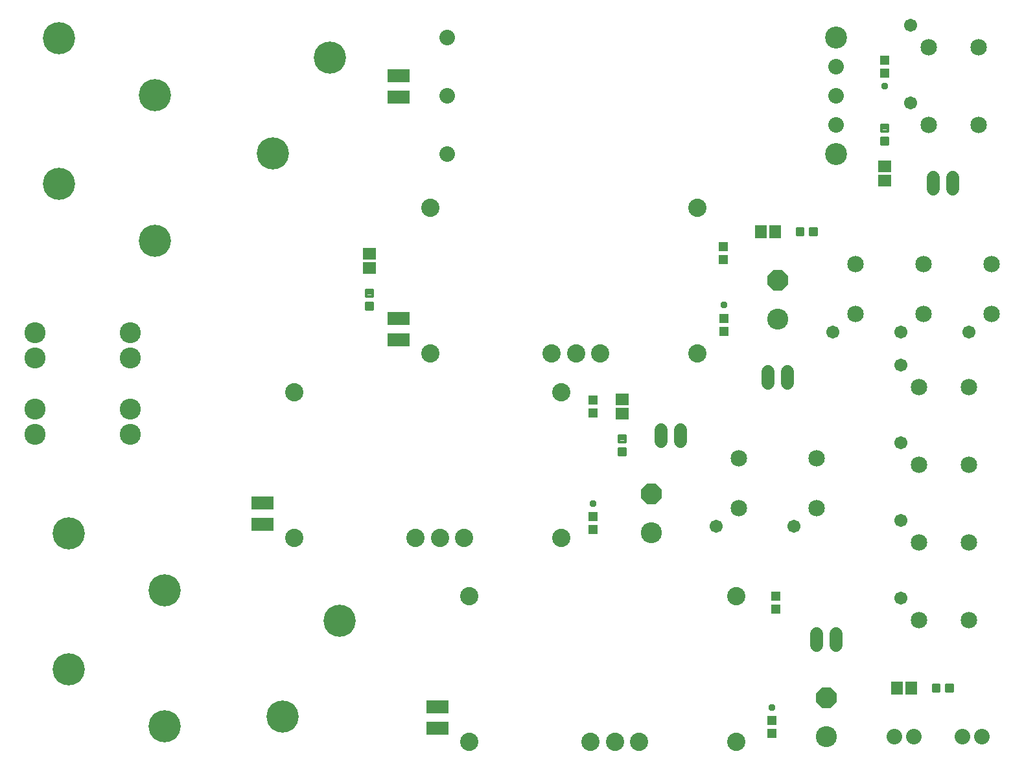
<source format=gts>
G75*
%MOIN*%
%OFA0B0*%
%FSLAX25Y25*%
%IPPOS*%
%LPD*%
%AMOC8*
5,1,8,0,0,1.08239X$1,22.5*
%
%ADD10R,0.11430X0.07099*%
%ADD11R,0.04737X0.05131*%
%ADD12C,0.10800*%
%ADD13OC8,0.10800*%
%ADD14C,0.01421*%
%ADD15C,0.16548*%
%ADD16R,0.05131X0.04737*%
%ADD17R,0.06706X0.05918*%
%ADD18R,0.05918X0.06706*%
%ADD19C,0.06706*%
%ADD20C,0.08477*%
%ADD21C,0.08000*%
%ADD22C,0.11300*%
%ADD23C,0.09400*%
%ADD24C,0.06737*%
%ADD25C,0.03778*%
D10*
X0141000Y0140488D03*
X0141000Y0151512D03*
X0211000Y0235488D03*
X0211000Y0246512D03*
X0211000Y0360488D03*
X0211000Y0371512D03*
X0231000Y0046512D03*
X0231000Y0035488D03*
D11*
X0311000Y0137654D03*
X0311000Y0144346D03*
X0378500Y0239654D03*
X0378500Y0246346D03*
X0461000Y0372654D03*
X0461000Y0379346D03*
X0403000Y0039346D03*
X0403000Y0032654D03*
D12*
X0431000Y0031000D03*
X0341000Y0136000D03*
X0406000Y0246000D03*
X0073205Y0239071D03*
X0073205Y0225961D03*
X0073205Y0199701D03*
X0073205Y0186591D03*
X0023992Y0186591D03*
X0023992Y0199701D03*
X0023992Y0225961D03*
X0023992Y0239071D03*
D13*
X0341000Y0156000D03*
X0406000Y0266000D03*
X0431000Y0051000D03*
D14*
X0489205Y0054342D02*
X0489205Y0057658D01*
X0489205Y0054342D02*
X0485889Y0054342D01*
X0485889Y0057658D01*
X0489205Y0057658D01*
X0489205Y0055762D02*
X0485889Y0055762D01*
X0485889Y0057182D02*
X0489205Y0057182D01*
X0496111Y0057658D02*
X0496111Y0054342D01*
X0492795Y0054342D01*
X0492795Y0057658D01*
X0496111Y0057658D01*
X0496111Y0055762D02*
X0492795Y0055762D01*
X0492795Y0057182D02*
X0496111Y0057182D01*
X0327658Y0175889D02*
X0324342Y0175889D01*
X0324342Y0179205D01*
X0327658Y0179205D01*
X0327658Y0175889D01*
X0327658Y0177309D02*
X0324342Y0177309D01*
X0324342Y0178729D02*
X0327658Y0178729D01*
X0327658Y0182795D02*
X0324342Y0182795D01*
X0324342Y0186111D01*
X0327658Y0186111D01*
X0327658Y0182795D01*
X0327658Y0184215D02*
X0324342Y0184215D01*
X0324342Y0185635D02*
X0327658Y0185635D01*
X0197658Y0250889D02*
X0194342Y0250889D01*
X0194342Y0254205D01*
X0197658Y0254205D01*
X0197658Y0250889D01*
X0197658Y0252309D02*
X0194342Y0252309D01*
X0194342Y0253729D02*
X0197658Y0253729D01*
X0197658Y0257795D02*
X0194342Y0257795D01*
X0194342Y0261111D01*
X0197658Y0261111D01*
X0197658Y0257795D01*
X0197658Y0259215D02*
X0194342Y0259215D01*
X0194342Y0260635D02*
X0197658Y0260635D01*
X0419205Y0289342D02*
X0419205Y0292658D01*
X0419205Y0289342D02*
X0415889Y0289342D01*
X0415889Y0292658D01*
X0419205Y0292658D01*
X0419205Y0290762D02*
X0415889Y0290762D01*
X0415889Y0292182D02*
X0419205Y0292182D01*
X0426111Y0292658D02*
X0426111Y0289342D01*
X0422795Y0289342D01*
X0422795Y0292658D01*
X0426111Y0292658D01*
X0426111Y0290762D02*
X0422795Y0290762D01*
X0422795Y0292182D02*
X0426111Y0292182D01*
X0459342Y0339205D02*
X0462658Y0339205D01*
X0462658Y0335889D01*
X0459342Y0335889D01*
X0459342Y0339205D01*
X0459342Y0337309D02*
X0462658Y0337309D01*
X0462658Y0338729D02*
X0459342Y0338729D01*
X0459342Y0346111D02*
X0462658Y0346111D01*
X0462658Y0342795D01*
X0459342Y0342795D01*
X0459342Y0346111D01*
X0459342Y0344215D02*
X0462658Y0344215D01*
X0462658Y0345635D02*
X0459342Y0345635D01*
D15*
X0041394Y0065764D03*
X0090606Y0036236D03*
X0151236Y0041394D03*
X0180764Y0090606D03*
X0090606Y0106236D03*
X0041394Y0135764D03*
X0085606Y0286236D03*
X0036394Y0315764D03*
X0085606Y0361236D03*
X0036394Y0390764D03*
X0146236Y0331394D03*
X0175764Y0380606D03*
D16*
X0378000Y0283346D03*
X0378000Y0276654D03*
X0311000Y0204346D03*
X0311000Y0197654D03*
X0405000Y0103346D03*
X0405000Y0096654D03*
D17*
X0326000Y0197260D03*
X0326000Y0204740D03*
X0196000Y0272260D03*
X0196000Y0279740D03*
X0461000Y0317260D03*
X0461000Y0324740D03*
D18*
X0404740Y0291000D03*
X0397260Y0291000D03*
X0467260Y0056000D03*
X0474740Y0056000D03*
D19*
X0469425Y0102496D03*
X0469425Y0142496D03*
X0469425Y0182496D03*
X0469425Y0222496D03*
X0469504Y0239425D03*
X0434504Y0239425D03*
X0504504Y0239425D03*
X0414504Y0139425D03*
X0374504Y0139425D03*
X0474425Y0357496D03*
X0474425Y0397496D03*
D20*
X0483677Y0386000D03*
X0509268Y0386000D03*
X0509268Y0346000D03*
X0483677Y0346000D03*
X0481000Y0274268D03*
X0481000Y0248677D03*
X0446000Y0248677D03*
X0446000Y0274268D03*
X0516000Y0274268D03*
X0516000Y0248677D03*
X0504268Y0211000D03*
X0478677Y0211000D03*
X0478677Y0171000D03*
X0504268Y0171000D03*
X0504268Y0131000D03*
X0478677Y0131000D03*
X0478677Y0091000D03*
X0504268Y0091000D03*
X0426000Y0148677D03*
X0426000Y0174268D03*
X0386000Y0174268D03*
X0386000Y0148677D03*
D21*
X0466000Y0031000D03*
X0476000Y0031000D03*
X0501000Y0031000D03*
X0511000Y0031000D03*
X0236000Y0331000D03*
X0236000Y0361000D03*
X0236000Y0391000D03*
X0436000Y0376000D03*
X0436000Y0361000D03*
X0436000Y0346000D03*
D22*
X0436000Y0331000D03*
X0436000Y0391000D03*
D23*
X0364750Y0303500D03*
X0364750Y0228500D03*
X0314750Y0228500D03*
X0302250Y0228500D03*
X0289750Y0228500D03*
X0294750Y0208500D03*
X0227250Y0228500D03*
X0157250Y0208500D03*
X0157250Y0133500D03*
X0219750Y0133500D03*
X0232250Y0133500D03*
X0244750Y0133500D03*
X0247250Y0103500D03*
X0294750Y0133500D03*
X0384750Y0103500D03*
X0384750Y0028500D03*
X0334750Y0028500D03*
X0322250Y0028500D03*
X0309750Y0028500D03*
X0247250Y0028500D03*
X0227250Y0303500D03*
D24*
X0346000Y0188969D02*
X0346000Y0183031D01*
X0356000Y0183031D02*
X0356000Y0188969D01*
X0401000Y0213031D02*
X0401000Y0218969D01*
X0411000Y0218969D02*
X0411000Y0213031D01*
X0486000Y0313031D02*
X0486000Y0318969D01*
X0496000Y0318969D02*
X0496000Y0313031D01*
X0436000Y0083969D02*
X0436000Y0078031D01*
X0426000Y0078031D02*
X0426000Y0083969D01*
D25*
X0403000Y0046000D03*
X0311000Y0151000D03*
X0378500Y0253500D03*
X0461000Y0366000D03*
M02*

</source>
